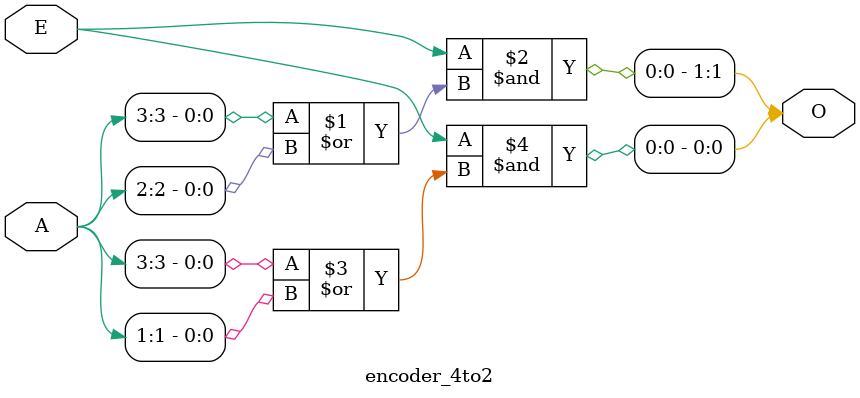
<source format=v>
module encoder_4to2(input [3:0] A, input E, output [1:0] O);
    buf b1(O[1], E&(A[3]|A[2]));
    buf b2(O[0], E&(A[3]|A[1]));
endmodule

/*
Encoder takes 2^n inputs and gives n outputs. Converts a one hot input to binary output.
A3 A2 A1 A0 O1 O0
0  0  0  1  0  0
0  0  1  0  0  1 
0  1  0  0  1  0 
1  0  0  0  1  1
By noticing the pattern we can say - O1 = A3+A2 and O0 = A3+A1.
Extended truth table 
A3  A2  A1  A0  O1  O0
0   0   0   0   X   X (dont care when no input is given)
0   0   0   1   0   0
0   0   1   0   0   1
0   0   1   1   X   X
0   1   0   0   1   0
0   1   0   1   X   X
0   1   1   0   X   X
0   1   1   1   X   X
1   0   0   0   1   1
1   0   0   1   X   X
1   0   1   0   X   X
1   0   1   1   X   X
1   1   0   0   X   X
1   1   0   1   X   X
1   1   1   0   X   X
1   1   1   1   X   X
Using K maps to solve for O1 and O0 we get 
O1 = 
O0 = 

Correction - 
Don't use Dont Cares for cases with multiple high inputs, use 0s instead. Why? IDK
*/
</source>
